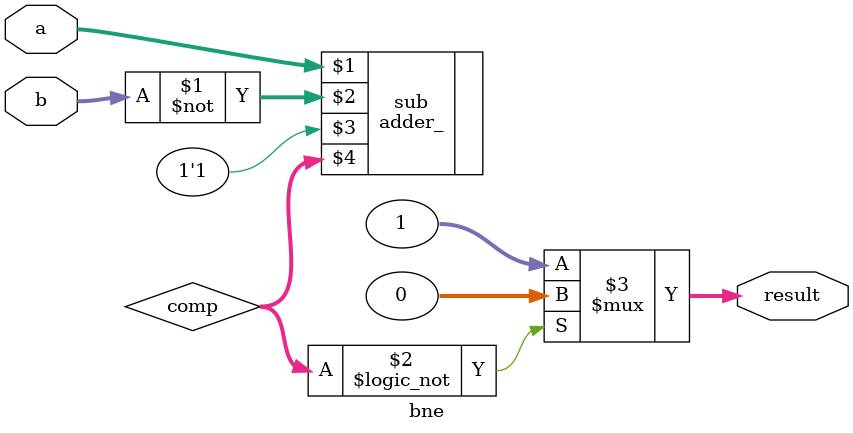
<source format=v>
module slt(a,b,result);
  input [31:0] a,b;
  output [31:0] result;
  wire [31:0] comp;
  ripple_carry_adder slt(a,~b,1'b1,comp);
  sign_extend sign(comp[31],result);
endmodule

module bne(a,b,result);
  input [31:0] a,b;
  output [31:0] result;
  wire [31:0] comp;
  adder_ sub(a,~b,1'b1,comp);
  assign result = comp==0? 32'b0:32'b1;
endmodule

</source>
